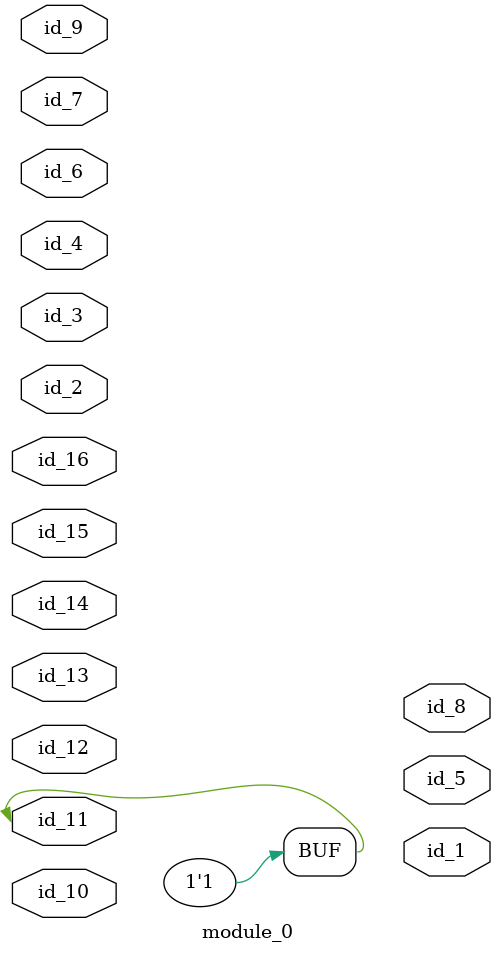
<source format=v>
module module_0 (
    id_1,
    id_2,
    id_3,
    id_4,
    id_5,
    id_6,
    id_7,
    id_8,
    id_9,
    id_10,
    id_11,
    id_12,
    id_13,
    id_14,
    id_15,
    id_16
);
  input id_16;
  input id_15;
  inout id_14;
  inout id_13;
  inout id_12;
  inout id_11;
  inout id_10;
  inout id_9;
  output id_8;
  input id_7;
  inout id_6;
  output id_5;
  input id_4;
  input id_3;
  input id_2;
  output id_1;
  assign id_11 = 1;
endmodule

</source>
